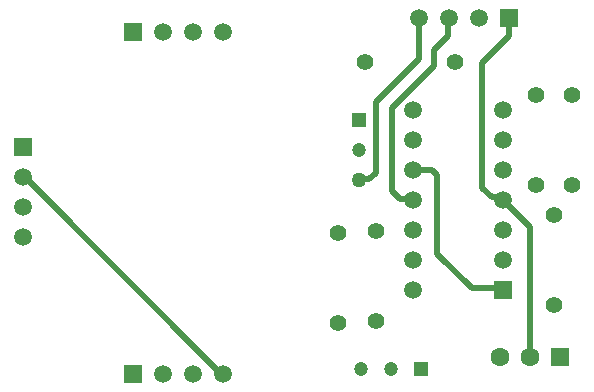
<source format=gbr>
%FSTAX23Y23*%
%MOIN*%
%SFA1B1*%

%IPPOS*%
%ADD10C,0.019685*%
%ADD11R,0.059055X0.059055*%
%ADD12C,0.059055*%
%ADD13R,0.059055X0.059055*%
%ADD14C,0.047244*%
%ADD15R,0.047244X0.047244*%
%ADD16R,0.047244X0.047244*%
%ADD17C,0.055118*%
%ADD18C,0.062992*%
%ADD19R,0.062992X0.062992*%
%ADD20C,0.050000*%
%LNstrain_copper_signal_top-1*%
%LPD*%
G54D10*
X0182Y-01285D02*
Y-0085D01*
X0173Y-0076D02*
X0182Y-0085D01*
X0166Y-00305D02*
X0175Y-00215D01*
X0166Y-0072D02*
Y-00305D01*
Y-0072D02*
X01692Y-00752D01*
X01722D02*
X0173Y-0076D01*
X01692Y-00752D02*
X01722D01*
X0175Y-00215D02*
Y-00155D01*
X01305Y-00435D02*
X0145Y-0029D01*
X01305Y-0067D02*
Y-00435D01*
X01252Y-00692D02*
X01282D01*
X0125Y-00695D02*
X01252Y-00692D01*
X01282D02*
X01305Y-0067D01*
X01427Y-00757D02*
X0143Y-0076D01*
X0136Y-0073D02*
X01387Y-00757D01*
X0136Y-00455D02*
X015Y-00315D01*
X01387Y-00757D02*
X01427D01*
X0136Y-0073D02*
Y-00455D01*
X015Y-00315D02*
Y-0026D01*
X0145Y-0029D02*
Y-00155D01*
X01545Y-00214D02*
Y-00155D01*
X015Y-0026D02*
X01545Y-00214D01*
X01545Y-00155D02*
X01545Y-00155D01*
X0143Y-0066D02*
X01493D01*
X0151Y-00676*
Y-0094D02*
Y-00676D01*
Y-0094D02*
X01625Y-01055D01*
X01725*
X0173Y-0106*
X00135Y-00685D02*
X0079Y-0134D01*
X0013Y-00685D02*
X00135D01*
X0079Y-0134D02*
X00795D01*
G54D11*
X0013Y-00585D03*
G54D12*
X0013Y-00685D03*
Y-00785D03*
Y-00885D03*
X0143Y-0046D03*
Y-0056D03*
Y-0066D03*
Y-0076D03*
Y-0086D03*
Y-0096D03*
Y-0106D03*
X0173Y-0046D03*
Y-0056D03*
Y-0066D03*
Y-0076D03*
Y-0086D03*
Y-0096D03*
X0165Y-00155D03*
X0155D03*
X0145D03*
X00795Y-002D03*
X00695D03*
X00595D03*
X00795Y-0134D03*
X00695D03*
X00595D03*
G54D13*
X0173Y-0106D03*
X0175Y-00155D03*
X00495Y-002D03*
Y-0134D03*
G54D14*
X0125Y-00695D03*
Y-00595D03*
X01255Y-01325D03*
X01355D03*
G54D15*
X0125Y-00495D03*
G54D16*
X01455Y-01325D03*
G54D17*
X01305Y-01165D03*
Y-00865D03*
X0157Y-003D03*
X0127D03*
X0184Y-0041D03*
Y-0071D03*
X0118Y-0087D03*
Y-0117D03*
X019Y-0111D03*
Y-0081D03*
X0196Y-0041D03*
Y-0071D03*
G54D18*
X0172Y-01285D03*
X0182D03*
G54D19*
X0192Y-01285D03*
G54D20*
X0182Y-01285D03*
X0173Y-0076D03*
X01545Y-00155D03*
X0143Y-0066D03*
X0173Y-0106D03*
X0125Y-00695D03*
X00795Y-0134D03*
X0013Y-00685D03*
M02*
</source>
